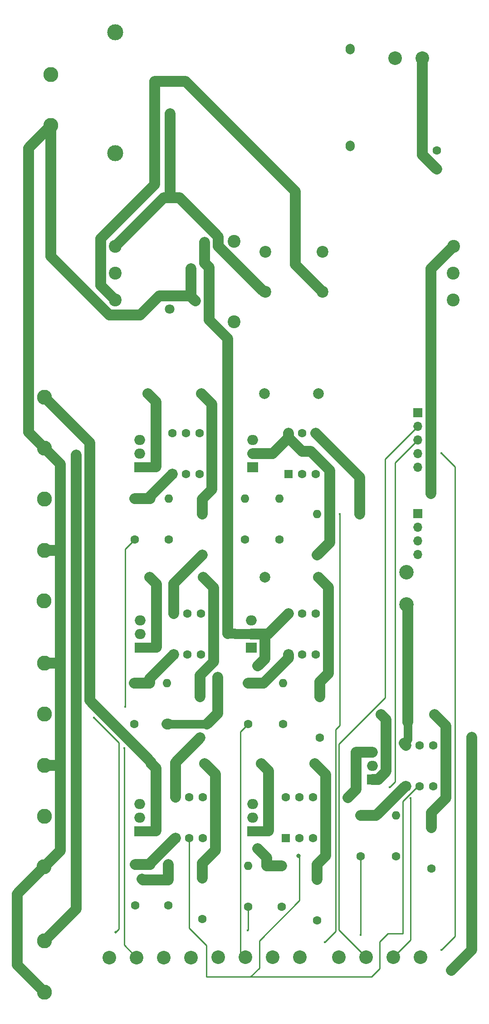
<source format=gbr>
%TF.GenerationSoftware,KiCad,Pcbnew,9.0.1*%
%TF.CreationDate,2025-08-23T12:55:39+03:00*%
%TF.ProjectId,smart meter,736d6172-7420-46d6-9574-65722e6b6963,rev?*%
%TF.SameCoordinates,Original*%
%TF.FileFunction,Copper,L1,Top*%
%TF.FilePolarity,Positive*%
%FSLAX46Y46*%
G04 Gerber Fmt 4.6, Leading zero omitted, Abs format (unit mm)*
G04 Created by KiCad (PCBNEW 9.0.1) date 2025-08-23 12:55:39*
%MOMM*%
%LPD*%
G01*
G04 APERTURE LIST*
G04 Aperture macros list*
%AMRoundRect*
0 Rectangle with rounded corners*
0 $1 Rounding radius*
0 $2 $3 $4 $5 $6 $7 $8 $9 X,Y pos of 4 corners*
0 Add a 4 corners polygon primitive as box body*
4,1,4,$2,$3,$4,$5,$6,$7,$8,$9,$2,$3,0*
0 Add four circle primitives for the rounded corners*
1,1,$1+$1,$2,$3*
1,1,$1+$1,$4,$5*
1,1,$1+$1,$6,$7*
1,1,$1+$1,$8,$9*
0 Add four rect primitives between the rounded corners*
20,1,$1+$1,$2,$3,$4,$5,0*
20,1,$1+$1,$4,$5,$6,$7,0*
20,1,$1+$1,$6,$7,$8,$9,0*
20,1,$1+$1,$8,$9,$2,$3,0*%
G04 Aperture macros list end*
%TA.AperFunction,ComponentPad*%
%ADD10C,1.800000*%
%TD*%
%TA.AperFunction,ComponentPad*%
%ADD11C,2.000000*%
%TD*%
%TA.AperFunction,ComponentPad*%
%ADD12R,1.700000X2.000000*%
%TD*%
%TA.AperFunction,ComponentPad*%
%ADD13O,1.700000X2.000000*%
%TD*%
%TA.AperFunction,ComponentPad*%
%ADD14RoundRect,0.250000X0.550000X-0.550000X0.550000X0.550000X-0.550000X0.550000X-0.550000X-0.550000X0*%
%TD*%
%TA.AperFunction,ComponentPad*%
%ADD15C,1.600000*%
%TD*%
%TA.AperFunction,ComponentPad*%
%ADD16O,1.600000X1.600000*%
%TD*%
%TA.AperFunction,ComponentPad*%
%ADD17C,2.400000*%
%TD*%
%TA.AperFunction,ComponentPad*%
%ADD18C,2.800000*%
%TD*%
%TA.AperFunction,ComponentPad*%
%ADD19R,2.000000X1.905000*%
%TD*%
%TA.AperFunction,ComponentPad*%
%ADD20O,2.000000X1.905000*%
%TD*%
%TA.AperFunction,ComponentPad*%
%ADD21C,3.000000*%
%TD*%
%TA.AperFunction,ComponentPad*%
%ADD22C,2.540000*%
%TD*%
%TA.AperFunction,ComponentPad*%
%ADD23C,2.200000*%
%TD*%
%TA.AperFunction,ComponentPad*%
%ADD24R,1.700000X1.700000*%
%TD*%
%TA.AperFunction,ComponentPad*%
%ADD25C,2.700000*%
%TD*%
%TA.AperFunction,ComponentPad*%
%ADD26O,1.700000X1.700000*%
%TD*%
%TA.AperFunction,ViaPad*%
%ADD27C,0.800000*%
%TD*%
%TA.AperFunction,ViaPad*%
%ADD28C,0.381000*%
%TD*%
%TA.AperFunction,ViaPad*%
%ADD29C,0.508000*%
%TD*%
%TA.AperFunction,ViaPad*%
%ADD30C,1.270000*%
%TD*%
%TA.AperFunction,Conductor*%
%ADD31C,0.254000*%
%TD*%
%TA.AperFunction,Conductor*%
%ADD32C,2.032000*%
%TD*%
%TA.AperFunction,Conductor*%
%ADD33C,1.599800*%
%TD*%
%TA.AperFunction,Conductor*%
%ADD34C,1.904800*%
%TD*%
G04 APERTURE END LIST*
D10*
%TO.P,RV1,1*%
%TO.N,Net-(C1-Pad1)*%
X182245000Y-111379000D03*
%TO.P,RV1,2*%
%TO.N,/N*%
X186245000Y-103879000D03*
%TD*%
D11*
%TO.P,C8,1*%
%TO.N,Net-(C8-Pad1)*%
X210049800Y-161376600D03*
%TO.P,C8,2*%
%TO.N,/L(M.N)*%
X200049800Y-161376600D03*
%TD*%
D12*
%TO.P,PS1,1,AC/L*%
%TO.N,Net-(PS1-AC{slash}L)*%
X182322700Y-68970300D03*
D13*
%TO.P,PS1,2,AC/N*%
%TO.N,Net-(PS1-AC{slash}N)*%
X182322700Y-74970300D03*
%TO.P,PS1,3,-Vout*%
%TO.N,/GND*%
X215922700Y-62970300D03*
%TO.P,PS1,4,+Vout*%
%TO.N,/12V*%
X215922700Y-80970300D03*
%TD*%
D14*
%TO.P,U7,1*%
%TO.N,Net-(R16-Pad2)*%
X204444000Y-175727600D03*
D15*
%TO.P,U7,2*%
%TO.N,/GND*%
X206984000Y-175727600D03*
%TO.P,U7,3,NC*%
%TO.N,unconnected-(U7-NC-Pad3)*%
X209524000Y-175727600D03*
%TO.P,U7,4*%
%TO.N,Net-(R17-Pad1)*%
X209524000Y-168107600D03*
%TO.P,U7,5,NC*%
%TO.N,unconnected-(U7-NC-Pad5)*%
X206984000Y-168107600D03*
%TO.P,U7,6*%
%TO.N,/L*%
X204444000Y-168107600D03*
%TD*%
D11*
%TO.P,C6,1*%
%TO.N,Net-(C6-Pad1)*%
X209308100Y-196022200D03*
%TO.P,C6,2*%
%TO.N,/L4*%
X199308100Y-196022200D03*
%TD*%
D15*
%TO.P,R4,1*%
%TO.N,/O2*%
X175685900Y-188722000D03*
D16*
%TO.P,R4,2*%
%TO.N,Net-(R4-Pad2)*%
X175685900Y-181102000D03*
%TD*%
D15*
%TO.P,R16,1*%
%TO.N,/O6*%
X196900200Y-188722000D03*
D16*
%TO.P,R16,2*%
%TO.N,Net-(R16-Pad2)*%
X196900200Y-181102000D03*
%TD*%
D15*
%TO.P,R21,1*%
%TO.N,/Meter_out*%
X209804000Y-157226000D03*
D16*
%TO.P,R21,2*%
%TO.N,Net-(C9-Pad1)*%
X209804000Y-149606000D03*
%TD*%
D17*
%TO.P,C1,1*%
%TO.N,Net-(C1-Pad1)*%
X194310000Y-98799000D03*
%TO.P,C1,2*%
%TO.N,/N*%
X194310000Y-113799000D03*
%TD*%
D18*
%TO.P,J4,1,Pin_1*%
%TO.N,/Lpv*%
X158840500Y-229113000D03*
%TO.P,J4,2,Pin_2*%
%TO.N,/N*%
X158840500Y-238633000D03*
%TD*%
D15*
%TO.P,R10,1*%
%TO.N,/O4*%
X196926200Y-222758000D03*
D16*
%TO.P,R10,2*%
%TO.N,Net-(R10-Pad2)*%
X196926200Y-215138000D03*
%TD*%
D15*
%TO.P,R6,1*%
%TO.N,/Meter_out*%
X187960000Y-191262000D03*
D16*
%TO.P,R6,2*%
%TO.N,Net-(C4-Pad1)*%
X187960000Y-183642000D03*
%TD*%
D19*
%TO.P,Q2,1,A1*%
%TO.N,/L2*%
X176754900Y-174462600D03*
D20*
%TO.P,Q2,2,A2*%
%TO.N,/Meter_out*%
X176754900Y-171922600D03*
%TO.P,Q2,3,G*%
%TO.N,Net-(Q2-G)*%
X176754900Y-169382600D03*
%TD*%
D17*
%TO.P,U9,1,N*%
%TO.N,/N*%
X235214000Y-99688000D03*
%TO.P,U9,2,E*%
%TO.N,unconnected-(U9-E-Pad2)*%
X235204000Y-104678000D03*
%TO.P,U9,3,L*%
%TO.N,Net-(C1-Pad1)*%
X235204000Y-109728000D03*
%TO.P,U9,4,N*%
%TO.N,Net-(PS1-AC{slash}N)*%
X172114000Y-99688000D03*
%TO.P,U9,5,E*%
%TO.N,unconnected-(U9-E-Pad5)*%
X172104000Y-104678000D03*
%TO.P,U9,6,L*%
%TO.N,Net-(PS1-AC{slash}L)*%
X172104000Y-109728000D03*
%TD*%
D21*
%TO.P,F1,1*%
%TO.N,/L*%
X172110400Y-59870000D03*
%TO.P,F1,2*%
%TO.N,Net-(C1-Pad1)*%
X172110400Y-82370000D03*
%TD*%
D14*
%TO.P,U6,1*%
%TO.N,Net-(R13-Pad2)*%
X226391100Y-200253000D03*
D15*
%TO.P,U6,2*%
%TO.N,/GND*%
X228931100Y-200253000D03*
%TO.P,U6,3,NC*%
%TO.N,unconnected-(U6-NC-Pad3)*%
X231471100Y-200253000D03*
%TO.P,U6,4*%
%TO.N,Net-(R14-Pad1)*%
X231471100Y-192633000D03*
%TO.P,U6,5,NC*%
%TO.N,unconnected-(U6-NC-Pad5)*%
X228931100Y-192633000D03*
%TO.P,U6,6*%
%TO.N,/Meter_out*%
X226391100Y-192633000D03*
%TD*%
D19*
%TO.P,Q5,1,A1*%
%TO.N,/L5*%
X220091900Y-198988000D03*
D20*
%TO.P,Q5,2,A2*%
%TO.N,/Meter_out*%
X220091900Y-196448000D03*
%TO.P,Q5,3,G*%
%TO.N,Net-(Q5-G)*%
X220091900Y-193908000D03*
%TD*%
D15*
%TO.P,R3,1*%
%TO.N,/Meter_out*%
X188369600Y-225044000D03*
D16*
%TO.P,R3,2*%
%TO.N,Net-(C3-Pad1)*%
X188369600Y-217424000D03*
%TD*%
D22*
%TO.P,J1,1,Pin_1*%
%TO.N,/GND*%
X213868000Y-232156000D03*
%TO.P,J1,2,Pin_2*%
%TO.N,/VCC*%
X218948000Y-232156000D03*
%TO.P,J1,3,Pin_3*%
%TO.N,/RX*%
X224028000Y-232156000D03*
%TO.P,J1,4,Pin_4*%
%TO.N,/TX*%
X229108000Y-232156000D03*
%TD*%
D14*
%TO.P,U8,1*%
%TO.N,Net-(R19-Pad2)*%
X204425900Y-142123400D03*
D15*
%TO.P,U8,2*%
%TO.N,/GND*%
X206965900Y-142123400D03*
%TO.P,U8,3,NC*%
%TO.N,unconnected-(U8-NC-Pad3)*%
X209505900Y-142123400D03*
%TO.P,U8,4*%
%TO.N,Net-(R20-Pad1)*%
X209505900Y-134503400D03*
%TO.P,U8,5,NC*%
%TO.N,unconnected-(U8-NC-Pad5)*%
X206965900Y-134503400D03*
%TO.P,U8,6*%
%TO.N,/Meter_out*%
X204425900Y-134503400D03*
%TD*%
D11*
%TO.P,C7,1*%
%TO.N,Net-(C7-Pad1)*%
X231717500Y-186923000D03*
%TO.P,C7,2*%
%TO.N,/L5*%
X221717500Y-186923000D03*
%TD*%
D15*
%TO.P,C2,1*%
%TO.N,/12V*%
X232105200Y-85344000D03*
%TO.P,C2,2*%
%TO.N,/GND*%
X232105200Y-81844000D03*
%TD*%
D14*
%TO.P,U4,1*%
%TO.N,Net-(R7-Pad2)*%
X182718100Y-142123400D03*
D15*
%TO.P,U4,2*%
%TO.N,/GND*%
X185258100Y-142123400D03*
%TO.P,U4,3,NC*%
%TO.N,unconnected-(U4-NC-Pad3)*%
X187798100Y-142123400D03*
%TO.P,U4,4*%
%TO.N,Net-(R8-Pad1)*%
X187798100Y-134503400D03*
%TO.P,U4,5,NC*%
%TO.N,unconnected-(U4-NC-Pad5)*%
X185258100Y-134503400D03*
%TO.P,U4,6*%
%TO.N,/Meter_out*%
X182718100Y-134503400D03*
%TD*%
%TO.P,R5,1*%
%TO.N,Net-(R5-Pad1)*%
X181705700Y-188722000D03*
D16*
%TO.P,R5,2*%
%TO.N,Net-(Q2-G)*%
X181705700Y-181102000D03*
%TD*%
D15*
%TO.P,R19,1*%
%TO.N,/O7*%
X196323300Y-154290000D03*
D16*
%TO.P,R19,2*%
%TO.N,Net-(R19-Pad2)*%
X196323300Y-146670000D03*
%TD*%
D18*
%TO.P,J8,1,Pin_1*%
%TO.N,/N*%
X158845500Y-177334000D03*
%TO.P,J8,2,Pin_2*%
%TO.N,/L4*%
X158845500Y-186854000D03*
%TO.P,J8,3,Pin_3*%
%TO.N,/N*%
X158860000Y-196360000D03*
%TO.P,J8,4,Pin_4*%
%TO.N,/L5*%
X158860000Y-205854000D03*
%TO.P,J8,5,Pin_5*%
%TO.N,/N*%
X158818000Y-215322000D03*
%TD*%
D15*
%TO.P,R15,1*%
%TO.N,/Meter_out*%
X231140000Y-215646000D03*
D16*
%TO.P,R15,2*%
%TO.N,Net-(C7-Pad1)*%
X231140000Y-208026000D03*
%TD*%
D22*
%TO.P,J6,1,Pin_1*%
%TO.N,/12V*%
X229411600Y-64665200D03*
%TO.P,J6,2,Pin_2*%
%TO.N,/GND*%
X224331600Y-64665200D03*
%TD*%
D15*
%TO.P,R1,1*%
%TO.N,/O1*%
X175796600Y-222504000D03*
D16*
%TO.P,R1,2*%
%TO.N,Net-(R1-Pad2)*%
X175796600Y-214884000D03*
%TD*%
D11*
%TO.P,C5,1*%
%TO.N,Net-(C5-Pad1)*%
X188200700Y-127162800D03*
%TO.P,C5,2*%
%TO.N,/L3*%
X178200700Y-127162800D03*
%TD*%
D15*
%TO.P,R7,1*%
%TO.N,/O3*%
X175758500Y-154290000D03*
D16*
%TO.P,R7,2*%
%TO.N,Net-(R7-Pad2)*%
X175758500Y-146670000D03*
%TD*%
D19*
%TO.P,Q1,1,A1*%
%TO.N,/L1*%
X176669600Y-208646000D03*
D20*
%TO.P,Q1,2,A2*%
%TO.N,/Meter_out*%
X176669600Y-206106000D03*
%TO.P,Q1,3,G*%
%TO.N,Net-(Q1-G)*%
X176669600Y-203566000D03*
%TD*%
D15*
%TO.P,R12,1*%
%TO.N,/Meter_out*%
X209804000Y-225298000D03*
D16*
%TO.P,R12,2*%
%TO.N,Net-(C6-Pad1)*%
X209804000Y-217678000D03*
%TD*%
D15*
%TO.P,R9,1*%
%TO.N,/Meter_out*%
X188356900Y-157226000D03*
D16*
%TO.P,R9,2*%
%TO.N,Net-(C5-Pad1)*%
X188356900Y-149606000D03*
%TD*%
D11*
%TO.P,C9,1*%
%TO.N,Net-(C9-Pad1)*%
X209984700Y-127162800D03*
%TO.P,C9,2*%
%TO.N,/Lpv*%
X199984700Y-127162800D03*
%TD*%
D19*
%TO.P,Q4,1,A1*%
%TO.N,/L4*%
X197700300Y-208646000D03*
D20*
%TO.P,Q4,2,A2*%
%TO.N,/Meter_out*%
X197700300Y-206106000D03*
%TO.P,Q4,3,G*%
%TO.N,Net-(Q4-G)*%
X197700300Y-203566000D03*
%TD*%
D15*
%TO.P,R8,1*%
%TO.N,Net-(R8-Pad1)*%
X182057700Y-154290000D03*
D16*
%TO.P,R8,2*%
%TO.N,Net-(Q3-G)*%
X182057700Y-146670000D03*
%TD*%
D18*
%TO.P,J5,1,Pin_1*%
%TO.N,/L*%
X160079600Y-67696000D03*
%TO.P,J5,2,Pin_2*%
%TO.N,/N*%
X160079600Y-77216000D03*
%TD*%
D19*
%TO.P,Q3,1,A1*%
%TO.N,/L3*%
X176682300Y-140858400D03*
D20*
%TO.P,Q3,2,A2*%
%TO.N,/Meter_out*%
X176682300Y-138318400D03*
%TO.P,Q3,3,G*%
%TO.N,Net-(Q3-G)*%
X176682300Y-135778400D03*
%TD*%
D11*
%TO.P,C4,1*%
%TO.N,Net-(C4-Pad1)*%
X188512900Y-161376600D03*
%TO.P,C4,2*%
%TO.N,/L2*%
X178512900Y-161376600D03*
%TD*%
D23*
%TO.P,L1,1,1*%
%TO.N,Net-(C1-Pad1)*%
X200120000Y-100704000D03*
%TO.P,L1,2,2*%
%TO.N,/N*%
X210820000Y-100704000D03*
%TO.P,L1,3,3*%
%TO.N,Net-(PS1-AC{slash}L)*%
X210820000Y-108204000D03*
%TO.P,L1,4,4*%
%TO.N,Net-(PS1-AC{slash}N)*%
X200120000Y-108204000D03*
%TD*%
D24*
%TO.P,U1,G,G*%
%TO.N,/GND*%
X228558600Y-130700800D03*
D25*
%TO.P,U1,IN,IN*%
%TO.N,/L(M.N)*%
X226443600Y-160420800D03*
D26*
%TO.P,U1,L,L*%
%TO.N,unconnected-(U1-PadL)*%
X228573600Y-157120800D03*
D24*
%TO.P,U1,N,N*%
%TO.N,/N*%
X228573600Y-149500800D03*
D26*
%TO.P,U1,NC1,NC*%
%TO.N,unconnected-(U1-NC-PadNC1)*%
X228573600Y-152040800D03*
%TO.P,U1,NC2,NC*%
%TO.N,unconnected-(U1-NC-PadNC2)*%
X228573600Y-154580800D03*
D25*
%TO.P,U1,OUT,OUT*%
%TO.N,/Meter_out*%
X226443600Y-166420800D03*
D26*
%TO.P,U1,PF,PF*%
%TO.N,unconnected-(U1-PadPF)*%
X228558600Y-140860800D03*
%TO.P,U1,RX,RX*%
%TO.N,/RX*%
X228558600Y-135780800D03*
%TO.P,U1,TX,TX*%
%TO.N,/TX*%
X228558600Y-138320800D03*
%TO.P,U1,VCC,VCC*%
%TO.N,/VCC*%
X228558600Y-133240800D03*
%TD*%
D15*
%TO.P,R20,1*%
%TO.N,Net-(R20-Pad1)*%
X202749500Y-154290000D03*
D16*
%TO.P,R20,2*%
%TO.N,Net-(Q7-G)*%
X202749500Y-146670000D03*
%TD*%
D15*
%TO.P,R11,1*%
%TO.N,Net-(R11-Pad1)*%
X203200000Y-222758000D03*
D16*
%TO.P,R11,2*%
%TO.N,Net-(Q4-G)*%
X203200000Y-215138000D03*
%TD*%
D15*
%TO.P,R13,1*%
%TO.N,/O5*%
X217932000Y-213360000D03*
D16*
%TO.P,R13,2*%
%TO.N,Net-(R13-Pad2)*%
X217932000Y-205740000D03*
%TD*%
D18*
%TO.P,J7,1,Pin_1*%
%TO.N,/L1*%
X158845500Y-127792400D03*
%TO.P,J7,2,Pin_2*%
%TO.N,/N*%
X158845500Y-137312400D03*
%TO.P,J7,3,Pin_3*%
%TO.N,/L2*%
X158860000Y-146818400D03*
%TO.P,J7,4,Pin_4*%
%TO.N,/N*%
X158860000Y-156312400D03*
%TO.P,J7,5,Pin_5*%
%TO.N,/L3*%
X158818000Y-165780400D03*
%TD*%
D15*
%TO.P,R2,1*%
%TO.N,Net-(R2-Pad1)*%
X181968800Y-222504000D03*
D16*
%TO.P,R2,2*%
%TO.N,Net-(Q1-G)*%
X181968800Y-214884000D03*
%TD*%
D19*
%TO.P,Q6,1,A1*%
%TO.N,/L(M.N)*%
X197484400Y-174462600D03*
D20*
%TO.P,Q6,2,A2*%
%TO.N,/L*%
X197484400Y-171922600D03*
%TO.P,Q6,3,G*%
%TO.N,Net-(Q6-G)*%
X197484400Y-169382600D03*
%TD*%
D15*
%TO.P,R18,1*%
%TO.N,/L*%
X210312000Y-191262000D03*
D16*
%TO.P,R18,2*%
%TO.N,Net-(C8-Pad1)*%
X210312000Y-183642000D03*
%TD*%
D22*
%TO.P,J2,1,Pin_1*%
%TO.N,/O1*%
X170996000Y-232176000D03*
%TO.P,J2,2,Pin_2*%
%TO.N,/O2*%
X176076000Y-232176000D03*
%TO.P,J2,3,Pin_3*%
%TO.N,/O3*%
X181156000Y-232176000D03*
%TO.P,J2,4,Pin_4*%
%TO.N,/O4*%
X186236000Y-232176000D03*
%TO.P,J2,5,Pin_5*%
%TO.N,/O5*%
X191316000Y-232156000D03*
%TO.P,J2,6,Pin_6*%
%TO.N,/O6*%
X196396000Y-232156000D03*
%TO.P,J2,7,Pin_7*%
%TO.N,/O7*%
X201476000Y-232156000D03*
%TO.P,J2,8,Pin_8*%
%TO.N,/GND*%
X206556000Y-232156000D03*
%TD*%
D14*
%TO.P,U5,1*%
%TO.N,Net-(R10-Pad2)*%
X203948700Y-209911000D03*
D15*
%TO.P,U5,2*%
%TO.N,/GND*%
X206488700Y-209911000D03*
%TO.P,U5,3,NC*%
%TO.N,unconnected-(U5-NC-Pad3)*%
X209028700Y-209911000D03*
%TO.P,U5,4*%
%TO.N,Net-(R11-Pad1)*%
X209028700Y-202291000D03*
%TO.P,U5,5,NC*%
%TO.N,unconnected-(U5-NC-Pad5)*%
X206488700Y-202291000D03*
%TO.P,U5,6*%
%TO.N,/Meter_out*%
X203948700Y-202291000D03*
%TD*%
D19*
%TO.P,Q7,1,A1*%
%TO.N,/Lpv*%
X197745700Y-140858400D03*
D20*
%TO.P,Q7,2,A2*%
%TO.N,/Meter_out*%
X197745700Y-138318400D03*
%TO.P,Q7,3,G*%
%TO.N,Net-(Q7-G)*%
X197745700Y-135778400D03*
%TD*%
D14*
%TO.P,U2,1*%
%TO.N,Net-(R1-Pad2)*%
X183315000Y-209911000D03*
D15*
%TO.P,U2,2*%
%TO.N,/GND*%
X185855000Y-209911000D03*
%TO.P,U2,3,NC*%
%TO.N,unconnected-(U2-NC-Pad3)*%
X188395000Y-209911000D03*
%TO.P,U2,4*%
%TO.N,Net-(R2-Pad1)*%
X188395000Y-202291000D03*
%TO.P,U2,5,NC*%
%TO.N,unconnected-(U2-NC-Pad5)*%
X185855000Y-202291000D03*
%TO.P,U2,6*%
%TO.N,/Meter_out*%
X183315000Y-202291000D03*
%TD*%
D11*
%TO.P,C3,1*%
%TO.N,Net-(C3-Pad1)*%
X188797600Y-196022200D03*
%TO.P,C3,2*%
%TO.N,/L1*%
X178797600Y-196022200D03*
%TD*%
D15*
%TO.P,R14,1*%
%TO.N,Net-(R14-Pad1)*%
X224536000Y-213360000D03*
D16*
%TO.P,R14,2*%
%TO.N,Net-(Q5-G)*%
X224536000Y-205740000D03*
%TD*%
D14*
%TO.P,U3,1*%
%TO.N,Net-(R4-Pad2)*%
X183030300Y-175727600D03*
D15*
%TO.P,U3,2*%
%TO.N,/GND*%
X185570300Y-175727600D03*
%TO.P,U3,3,NC*%
%TO.N,unconnected-(U3-NC-Pad3)*%
X188110300Y-175727600D03*
%TO.P,U3,4*%
%TO.N,Net-(R5-Pad1)*%
X188110300Y-168107600D03*
%TO.P,U3,5,NC*%
%TO.N,unconnected-(U3-NC-Pad5)*%
X185570300Y-168107600D03*
%TO.P,U3,6*%
%TO.N,/Meter_out*%
X183030300Y-168107600D03*
%TD*%
%TO.P,R17,1*%
%TO.N,Net-(R17-Pad1)*%
X203453400Y-188722000D03*
D16*
%TO.P,R17,2*%
%TO.N,Net-(Q6-G)*%
X203453400Y-181102000D03*
%TD*%
D27*
%TO.N,/GND*%
X206298800Y-213207600D03*
%TO.N,Net-(R20-Pad1)*%
X217713600Y-149564700D03*
%TO.N,Net-(R5-Pad1)*%
X191231500Y-179936500D03*
%TO.N,Net-(Q1-G)*%
X177096800Y-217550700D03*
%TO.N,Net-(Q5-G)*%
X215481000Y-202442700D03*
%TO.N,Net-(Q4-G)*%
X198681000Y-211879700D03*
D28*
%TO.N,/RX*%
X227247900Y-202463600D03*
X223321100Y-200453700D03*
%TO.N,/TX*%
X232935200Y-230770200D03*
X232967500Y-138233700D03*
%TO.N,/O4*%
X196783900Y-227126600D03*
%TO.N,/O5*%
X217863800Y-227990400D03*
%TO.N,/O7*%
X214004400Y-149564700D03*
X211175600Y-229362000D03*
%TO.N,/O3*%
X173951500Y-185446200D03*
X168088400Y-187489700D03*
D29*
X172161200Y-227482400D03*
D28*
%TO.N,/O2*%
X173762900Y-193188800D03*
D27*
%TO.N,/L5*%
X234837900Y-234547200D03*
X238643300Y-191111700D03*
%TO.N,/L*%
X188786200Y-98955000D03*
X198686600Y-177892200D03*
%TO.N,/N*%
X187044600Y-109906200D03*
X231032500Y-145787700D03*
D30*
%TO.N,/Lpv*%
X164788400Y-138577100D03*
%TD*%
D31*
%TO.N,/GND*%
X197358000Y-235762800D02*
X197205600Y-235762800D01*
X198983600Y-234137200D02*
X197358000Y-235762800D01*
X198983600Y-229057200D02*
X198983600Y-234137200D01*
X206488700Y-221552100D02*
X198983600Y-229057200D01*
X206298800Y-213207600D02*
X206488700Y-213397500D01*
X206488700Y-213397500D02*
X206488700Y-221552100D01*
X223005077Y-227743323D02*
X221488000Y-229260400D01*
X225768800Y-227743323D02*
X223005077Y-227743323D01*
X225768800Y-203061220D02*
X225768800Y-227743323D01*
X228577020Y-200253000D02*
X225768800Y-203061220D01*
X221488000Y-234238800D02*
X219964000Y-235762800D01*
X219964000Y-235762800D02*
X197205600Y-235762800D01*
X228931100Y-200253000D02*
X228577020Y-200253000D01*
X221488000Y-229260400D02*
X221488000Y-234238800D01*
X197205600Y-235762800D02*
X189077600Y-235762800D01*
X189077600Y-229892200D02*
X185855000Y-226669600D01*
X185855000Y-226669600D02*
X185855000Y-209911000D01*
X189077600Y-235762800D02*
X189077600Y-229892200D01*
D32*
%TO.N,/N*%
X153771600Y-233564100D02*
X153771600Y-220368400D01*
X158840500Y-238633000D02*
X153771600Y-233564100D01*
X153771600Y-220368400D02*
X158818000Y-215322000D01*
D31*
%TO.N,/O7*%
X214004400Y-188920500D02*
X214004400Y-149564700D01*
X213241100Y-189683800D02*
X214004400Y-188920500D01*
X211175600Y-229362000D02*
X213241100Y-227296500D01*
X213241100Y-227296500D02*
X213241100Y-189683800D01*
%TO.N,/O5*%
X217863800Y-227990400D02*
X217863800Y-213428200D01*
X217863800Y-213428200D02*
X217932000Y-213360000D01*
%TO.N,/O3*%
X172724800Y-192126100D02*
X168088400Y-187489700D01*
X172724800Y-226918800D02*
X172724800Y-192126100D01*
X172161200Y-227482400D02*
X172724800Y-226918800D01*
D32*
%TO.N,Net-(PS1-AC{slash}L)*%
X179440700Y-88197300D02*
X179440700Y-68970300D01*
X169340800Y-98297200D02*
X179440700Y-88197300D01*
X169340800Y-106964800D02*
X169340800Y-98297200D01*
X172104000Y-109728000D02*
X169340800Y-106964800D01*
X182322700Y-68970300D02*
X179440700Y-68970300D01*
X205681500Y-89447100D02*
X185204700Y-68970300D01*
X205681500Y-103065500D02*
X205681500Y-89447100D01*
X210820000Y-108204000D02*
X205681500Y-103065500D01*
X182322700Y-68970300D02*
X185204700Y-68970300D01*
%TO.N,Net-(PS1-AC{slash}N)*%
X181123500Y-90678500D02*
X172114000Y-99688000D01*
X182322700Y-90678500D02*
X181123500Y-90678500D01*
X182322700Y-74970300D02*
X182322700Y-90678500D01*
X184104200Y-90678500D02*
X182322700Y-90678500D01*
X191327900Y-97902200D02*
X184104200Y-90678500D01*
X191327900Y-99683700D02*
X191327900Y-97902200D01*
X199848200Y-108204000D02*
X191327900Y-99683700D01*
X200120000Y-108204000D02*
X199848200Y-108204000D01*
%TO.N,Net-(R7-Pad2)*%
X178590500Y-146251000D02*
X182718100Y-142123400D01*
X178590500Y-146670000D02*
X178590500Y-146251000D01*
X175758500Y-146670000D02*
X178590500Y-146670000D01*
%TO.N,Net-(R20-Pad1)*%
X217713600Y-142711100D02*
X217713600Y-149564700D01*
X209505900Y-134503400D02*
X217713600Y-142711100D01*
%TO.N,Net-(C4-Pad1)*%
X187960000Y-183642000D02*
X187960000Y-180810000D01*
X187960000Y-179613600D02*
X187960000Y-180810000D01*
X190440900Y-177132700D02*
X187960000Y-179613600D01*
X190440900Y-163304600D02*
X190440900Y-177132700D01*
X188512900Y-161376600D02*
X190440900Y-163304600D01*
%TO.N,Net-(R5-Pad1)*%
X181705900Y-188721800D02*
X181959700Y-188721800D01*
X181705700Y-188722000D02*
X181705900Y-188721800D01*
D33*
X189230000Y-188721800D02*
X181959700Y-188721800D01*
D32*
X191231500Y-186720300D02*
X191231500Y-179936500D01*
X189230000Y-188721800D02*
X191231500Y-186720300D01*
%TO.N,Net-(R4-Pad2)*%
X178517900Y-180240000D02*
X178517900Y-181102000D01*
X183030300Y-175727600D02*
X178517900Y-180240000D01*
X175685900Y-181102000D02*
X178517900Y-181102000D01*
%TO.N,Net-(C8-Pad1)*%
X210312000Y-183642000D02*
X210312000Y-180810000D01*
X211864700Y-179257300D02*
X210312000Y-180810000D01*
X211864700Y-163191500D02*
X211864700Y-179257300D01*
X210049800Y-161376600D02*
X211864700Y-163191500D01*
%TO.N,Net-(R16-Pad2)*%
X196900200Y-181102000D02*
X199732200Y-181102000D01*
X204444000Y-176390200D02*
X204444000Y-175727600D01*
X199732200Y-181102000D02*
X204444000Y-176390200D01*
%TO.N,Net-(C3-Pad1)*%
X190769900Y-197994500D02*
X188797600Y-196022200D01*
X190769900Y-212191700D02*
X190769900Y-197994500D01*
X188369600Y-214592000D02*
X190769900Y-212191700D01*
X188369600Y-217424000D02*
X188369600Y-214592000D01*
%TO.N,Net-(Q1-G)*%
X177262100Y-217716000D02*
X177096800Y-217550700D01*
X181968800Y-217716000D02*
X177262100Y-217716000D01*
X181968800Y-214884000D02*
X181968800Y-217716000D01*
%TO.N,Net-(R1-Pad2)*%
X178628600Y-214597400D02*
X178628600Y-214884000D01*
X183315000Y-209911000D02*
X178628600Y-214597400D01*
X175796600Y-214884000D02*
X178628600Y-214884000D01*
%TO.N,Net-(C7-Pad1)*%
X231140000Y-208026000D02*
X231140000Y-205194000D01*
X233833600Y-202500400D02*
X231140000Y-205194000D01*
X233833600Y-189039100D02*
X233833600Y-202500400D01*
X231717500Y-186923000D02*
X233833600Y-189039100D01*
%TO.N,Net-(Q5-G)*%
X217059900Y-200863800D02*
X215481000Y-202442700D01*
X217059900Y-193908000D02*
X217059900Y-200863800D01*
X220091900Y-193908000D02*
X217059900Y-193908000D01*
%TO.N,Net-(R13-Pad2)*%
X226251000Y-200253000D02*
X226391100Y-200253000D01*
X220764000Y-205740000D02*
X226251000Y-200253000D01*
X217932000Y-205740000D02*
X220764000Y-205740000D01*
%TO.N,Net-(C6-Pad1)*%
X209804000Y-217678000D02*
X209804000Y-214846000D01*
X211366700Y-213283300D02*
X209804000Y-214846000D01*
X211366700Y-198080800D02*
X211366700Y-213283300D01*
X209308100Y-196022200D02*
X211366700Y-198080800D01*
%TO.N,Net-(Q4-G)*%
X200368000Y-213566700D02*
X200368000Y-215138000D01*
X198681000Y-211879700D02*
X200368000Y-213566700D01*
X203200000Y-215138000D02*
X200368000Y-215138000D01*
%TO.N,Net-(C5-Pad1)*%
X188356900Y-149606000D02*
X188356900Y-146774000D01*
X190126100Y-145004800D02*
X188356900Y-146774000D01*
X190126100Y-129088200D02*
X190126100Y-145004800D01*
X188200700Y-127162800D02*
X190126100Y-129088200D01*
%TO.N,/Meter_out*%
X183315000Y-195907000D02*
X183315000Y-202291000D01*
X187960000Y-191262000D02*
X183315000Y-195907000D01*
X183030300Y-162552600D02*
X188356900Y-157226000D01*
X183030300Y-168107600D02*
X183030300Y-162552600D01*
X226391100Y-192633000D02*
X226017700Y-192259600D01*
D33*
X226717500Y-191559800D02*
X226017700Y-192259600D01*
X226717500Y-188353300D02*
X226717500Y-191559800D01*
D32*
X226717500Y-166694700D02*
X226443600Y-166420800D01*
X226717500Y-188353300D02*
X226717500Y-166694700D01*
X201455000Y-138318400D02*
X204425900Y-135347500D01*
X197745700Y-138318400D02*
X201455000Y-138318400D01*
X204425900Y-134503400D02*
X204425900Y-135347500D01*
X212133200Y-154896800D02*
X209804000Y-157226000D01*
X212133200Y-141456800D02*
X212133200Y-154896800D01*
X208555700Y-137879300D02*
X212133200Y-141456800D01*
X206957700Y-137879300D02*
X208555700Y-137879300D01*
X204425900Y-135347500D02*
X206957700Y-137879300D01*
D31*
%TO.N,/RX*%
X227247900Y-228936100D02*
X227247900Y-202463600D01*
X224028000Y-232156000D02*
X227247900Y-228936100D01*
X224338400Y-140001000D02*
X228558600Y-135780800D01*
X224338400Y-199436400D02*
X224338400Y-140001000D01*
X223321100Y-200453700D02*
X224338400Y-199436400D01*
%TO.N,/VCC*%
X222481500Y-139317900D02*
X228558600Y-133240800D01*
X222481500Y-183764500D02*
X222481500Y-139317900D01*
X213825000Y-192421000D02*
X222481500Y-183764500D01*
X213825000Y-227033000D02*
X213825000Y-192421000D01*
X218948000Y-232156000D02*
X213825000Y-227033000D01*
%TO.N,/TX*%
X235494100Y-140760300D02*
X232967500Y-138233700D01*
X235494100Y-228211300D02*
X235494100Y-140760300D01*
X232935200Y-230770200D02*
X235494100Y-228211300D01*
%TO.N,/O6*%
X195484000Y-231244000D02*
X196396000Y-232156000D01*
X195484000Y-190138200D02*
X195484000Y-231244000D01*
X196900200Y-188722000D02*
X195484000Y-190138200D01*
%TO.N,/O4*%
X196926200Y-226984300D02*
X196926200Y-222758000D01*
X196783900Y-227126600D02*
X196926200Y-226984300D01*
%TO.N,/O3*%
X173951500Y-156097000D02*
X173951500Y-185446200D01*
X175758500Y-154290000D02*
X173951500Y-156097000D01*
%TO.N,/O2*%
X173762900Y-229862900D02*
X176076000Y-232176000D01*
X173762900Y-193188800D02*
X173762900Y-229862900D01*
D34*
%TO.N,/L1*%
X176669600Y-208646000D02*
X179638000Y-208646000D01*
D32*
X179701300Y-196925900D02*
X179701300Y-208582700D01*
X178797600Y-196022200D02*
X179701300Y-196925900D01*
D34*
X179701300Y-208582700D02*
X179638000Y-208646000D01*
D32*
X167330100Y-136277000D02*
X158845500Y-127792400D01*
X167330100Y-184304400D02*
X167330100Y-136277000D01*
X178797600Y-195771900D02*
X167330100Y-184304400D01*
X178797600Y-196022200D02*
X178797600Y-195771900D01*
%TO.N,/L3*%
X179676300Y-128638400D02*
X179676300Y-140795100D01*
X178200700Y-127162800D02*
X179676300Y-128638400D01*
D34*
X179650700Y-140820700D02*
X179650700Y-140858400D01*
X179676300Y-140795100D02*
X179650700Y-140820700D01*
X176682300Y-140858400D02*
X179650700Y-140858400D01*
%TO.N,/L4*%
X197700300Y-208646000D02*
X200668700Y-208646000D01*
D32*
X200732000Y-197446100D02*
X200732000Y-208582700D01*
X199308100Y-196022200D02*
X200732000Y-197446100D01*
D34*
X200732000Y-208582700D02*
X200668700Y-208646000D01*
%TO.N,/L2*%
X176754900Y-174462600D02*
X179723300Y-174462600D01*
X179786600Y-174399300D02*
X179723300Y-174462600D01*
D32*
X179786600Y-162650300D02*
X179786600Y-174399300D01*
X178512900Y-161376600D02*
X179786600Y-162650300D01*
%TO.N,/L5*%
X238643300Y-230741800D02*
X238643300Y-191111700D01*
X234837900Y-234547200D02*
X238643300Y-230741800D01*
X221168400Y-198988000D02*
X220091900Y-198988000D01*
X222657900Y-197498500D02*
X221168400Y-198988000D01*
X222657900Y-187863400D02*
X222657900Y-197498500D01*
X221717500Y-186923000D02*
X222657900Y-187863400D01*
D34*
%TO.N,/L*%
X194452700Y-171859300D02*
X194516000Y-171922600D01*
X193072500Y-171859300D02*
X194452700Y-171859300D01*
X197484400Y-171922600D02*
X194516000Y-171922600D01*
D32*
X188786200Y-102825800D02*
X188786200Y-98955000D01*
X189586300Y-103625900D02*
X188786200Y-102825800D01*
X189586300Y-113443200D02*
X189586300Y-103625900D01*
X193072500Y-116929400D02*
X189586300Y-113443200D01*
X193072500Y-171859300D02*
X193072500Y-116929400D01*
X200010100Y-176568700D02*
X198686600Y-177892200D01*
X200010100Y-171922600D02*
X200010100Y-176568700D01*
X197484400Y-171922600D02*
X200010100Y-171922600D01*
X200629000Y-171922600D02*
X204444000Y-168107600D01*
X200010100Y-171922600D02*
X200629000Y-171922600D01*
%TO.N,/12V*%
X229411600Y-82650400D02*
X229411600Y-64665200D01*
X232105200Y-85344000D02*
X229411600Y-82650400D01*
%TO.N,/N*%
X158860000Y-156312400D02*
X161814700Y-156312400D01*
X161814700Y-177334000D02*
X158845500Y-177334000D01*
X155908300Y-134375200D02*
X158845500Y-137312400D01*
X155908300Y-81387300D02*
X155908300Y-134375200D01*
X160079600Y-77216000D02*
X155908300Y-81387300D01*
X161814700Y-212325300D02*
X158818000Y-215322000D01*
X161814700Y-196360000D02*
X161814700Y-212325300D01*
X161814700Y-196360000D02*
X158860000Y-196360000D01*
X161814700Y-177334000D02*
X161814700Y-196360000D01*
X161814700Y-140281600D02*
X161814700Y-156312400D01*
X158845500Y-137312400D02*
X161814700Y-140281600D01*
X161814700Y-156312400D02*
X161814700Y-177334000D01*
X180277100Y-108946500D02*
X186245000Y-108946500D01*
X176769900Y-112453700D02*
X180277100Y-108946500D01*
X170973800Y-112453700D02*
X176769900Y-112453700D01*
X160079600Y-101559500D02*
X170973800Y-112453700D01*
X160079600Y-77216000D02*
X160079600Y-101559500D01*
X186245000Y-103879000D02*
X186245000Y-108946500D01*
X186245000Y-109106600D02*
X187044600Y-109906200D01*
X186245000Y-108946500D02*
X186245000Y-109106600D01*
X231032500Y-103869500D02*
X235214000Y-99688000D01*
X231032500Y-145787700D02*
X231032500Y-103869500D01*
%TO.N,/Lpv*%
X164788400Y-223165100D02*
X164788400Y-138577100D01*
X158840500Y-229113000D02*
X164788400Y-223165100D01*
%TD*%
M02*

</source>
